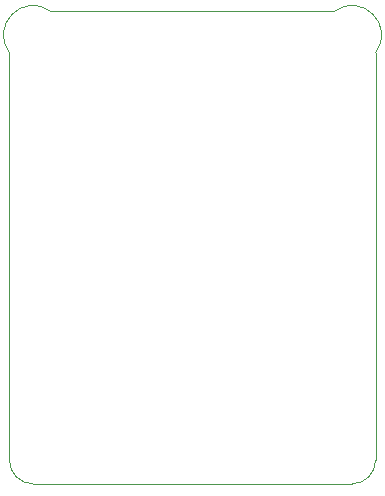
<source format=gbr>
%TF.GenerationSoftware,KiCad,Pcbnew,9.0.0*%
%TF.CreationDate,2025-11-27T12:56:11-07:00*%
%TF.ProjectId,OSS-Radio_2M70CM,4f53532d-5261-4646-996f-5f324d373043,rev?*%
%TF.SameCoordinates,Original*%
%TF.FileFunction,Profile,NP*%
%FSLAX46Y46*%
G04 Gerber Fmt 4.6, Leading zero omitted, Abs format (unit mm)*
G04 Created by KiCad (PCBNEW 9.0.0) date 2025-11-27 12:56:11*
%MOMM*%
%LPD*%
G01*
G04 APERTURE LIST*
%TA.AperFunction,Profile*%
%ADD10C,0.050000*%
%TD*%
G04 APERTURE END LIST*
D10*
X134500000Y-118000000D02*
X134500000Y-83500000D01*
X136500000Y-120000000D02*
G75*
G02*
X134500000Y-118000000I0J2000000D01*
G01*
X134500000Y-83500000D02*
G75*
G02*
X138000000Y-80000000I2000000J1500000D01*
G01*
X165500000Y-118000000D02*
G75*
G02*
X163500000Y-120000000I-2000000J0D01*
G01*
X163500000Y-120000000D02*
X136500000Y-120000000D01*
X138000000Y-80000000D02*
X162000000Y-80000000D01*
X165500000Y-83500000D02*
X165500000Y-118000000D01*
X162000000Y-80000000D02*
G75*
G02*
X165500000Y-83500000I1500000J-2000000D01*
G01*
M02*

</source>
